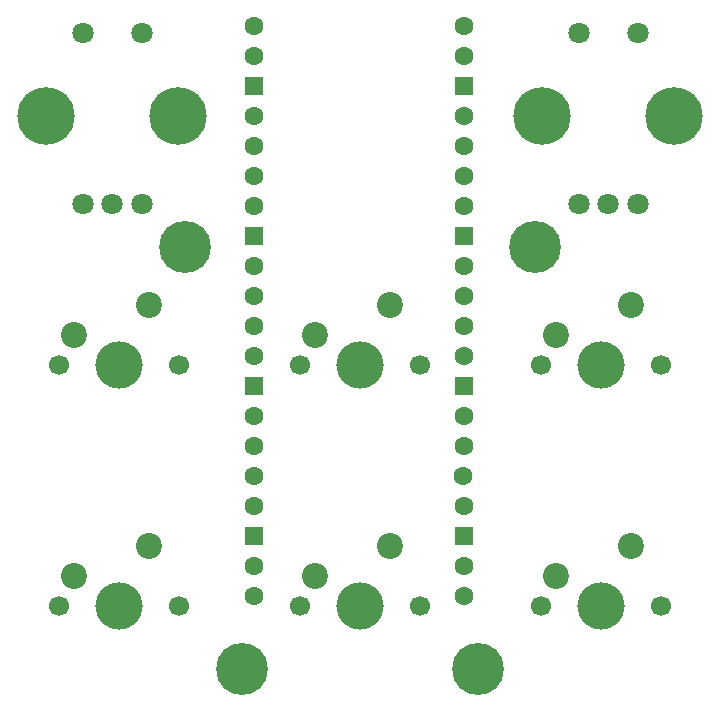
<source format=gts>
G04 #@! TF.GenerationSoftware,KiCad,Pcbnew,7.0.2*
G04 #@! TF.CreationDate,2023-05-04T11:04:43+02:00*
G04 #@! TF.ProjectId,Macropad,4d616372-6f70-4616-942e-6b696361645f,rev?*
G04 #@! TF.SameCoordinates,Original*
G04 #@! TF.FileFunction,Soldermask,Top*
G04 #@! TF.FilePolarity,Negative*
%FSLAX46Y46*%
G04 Gerber Fmt 4.6, Leading zero omitted, Abs format (unit mm)*
G04 Created by KiCad (PCBNEW 7.0.2) date 2023-05-04 11:04:43*
%MOMM*%
%LPD*%
G01*
G04 APERTURE LIST*
G04 Aperture macros list*
%AMRoundRect*
0 Rectangle with rounded corners*
0 $1 Rounding radius*
0 $2 $3 $4 $5 $6 $7 $8 $9 X,Y pos of 4 corners*
0 Add a 4 corners polygon primitive as box body*
4,1,4,$2,$3,$4,$5,$6,$7,$8,$9,$2,$3,0*
0 Add four circle primitives for the rounded corners*
1,1,$1+$1,$2,$3*
1,1,$1+$1,$4,$5*
1,1,$1+$1,$6,$7*
1,1,$1+$1,$8,$9*
0 Add four rect primitives between the rounded corners*
20,1,$1+$1,$2,$3,$4,$5,0*
20,1,$1+$1,$4,$5,$6,$7,0*
20,1,$1+$1,$6,$7,$8,$9,0*
20,1,$1+$1,$8,$9,$2,$3,0*%
G04 Aperture macros list end*
%ADD10C,1.800000*%
%ADD11C,4.875000*%
%ADD12C,1.700000*%
%ADD13C,4.000000*%
%ADD14C,2.200000*%
%ADD15C,0.700000*%
%ADD16C,4.400000*%
%ADD17C,1.600000*%
%ADD18RoundRect,0.200000X0.600000X0.600000X-0.600000X0.600000X-0.600000X-0.600000X0.600000X-0.600000X0*%
G04 APERTURE END LIST*
D10*
X89500000Y-34900000D03*
X94500000Y-34900000D03*
X89500000Y-49400000D03*
X94500000Y-49400000D03*
X92000000Y-49400000D03*
D11*
X97600000Y-41900000D03*
X86400000Y-41900000D03*
D10*
X47500000Y-34900000D03*
X52500000Y-34900000D03*
X47500000Y-49400000D03*
X52500000Y-49400000D03*
X50000000Y-49400000D03*
D11*
X55600000Y-41900000D03*
X44400000Y-41900000D03*
D12*
X86320000Y-63000000D03*
D13*
X91400000Y-63000000D03*
D12*
X96480000Y-63000000D03*
D14*
X93940000Y-57920000D03*
X87590000Y-60460000D03*
D15*
X79350000Y-88750000D03*
X79833274Y-87583274D03*
X79833274Y-89916726D03*
X81000000Y-87100000D03*
D16*
X81000000Y-88750000D03*
D15*
X81000000Y-90400000D03*
X82166726Y-87583274D03*
X82166726Y-89916726D03*
X82650000Y-88750000D03*
X59350000Y-88750000D03*
X59833274Y-87583274D03*
X59833274Y-89916726D03*
X61000000Y-87100000D03*
D16*
X61000000Y-88750000D03*
D15*
X61000000Y-90400000D03*
X62166726Y-87583274D03*
X62166726Y-89916726D03*
X62650000Y-88750000D03*
D12*
X45520000Y-83400000D03*
D13*
X50600000Y-83400000D03*
D12*
X55680000Y-83400000D03*
D14*
X53140000Y-78320000D03*
X46790000Y-80860000D03*
D12*
X65920000Y-63000000D03*
D13*
X71000000Y-63000000D03*
D12*
X76080000Y-63000000D03*
D14*
X73540000Y-57920000D03*
X67190000Y-60460000D03*
D12*
X65920000Y-83400000D03*
D13*
X71000000Y-83400000D03*
D12*
X76080000Y-83400000D03*
D14*
X73540000Y-78320000D03*
X67190000Y-80860000D03*
D12*
X86320000Y-83400000D03*
D13*
X91400000Y-83400000D03*
D12*
X96480000Y-83400000D03*
D14*
X93940000Y-78320000D03*
X87590000Y-80860000D03*
D15*
X84150000Y-53000000D03*
X84633274Y-51833274D03*
X84633274Y-54166726D03*
X85800000Y-51350000D03*
D16*
X85800000Y-53000000D03*
D15*
X85800000Y-54650000D03*
X86966726Y-51833274D03*
X86966726Y-54166726D03*
X87450000Y-53000000D03*
X54550000Y-53000000D03*
X55033274Y-51833274D03*
X55033274Y-54166726D03*
X56200000Y-51350000D03*
D16*
X56200000Y-53000000D03*
D15*
X56200000Y-54650000D03*
X57366726Y-51833274D03*
X57366726Y-54166726D03*
X57850000Y-53000000D03*
D12*
X45520000Y-63000000D03*
D13*
X50600000Y-63000000D03*
D12*
X55680000Y-63000000D03*
D14*
X53140000Y-57920000D03*
X46790000Y-60460000D03*
D17*
X79780000Y-34290000D03*
X79780000Y-36830000D03*
D18*
X79780000Y-39370000D03*
D17*
X79780000Y-41910000D03*
X79780000Y-44450000D03*
X79780000Y-46990000D03*
X79780000Y-49530000D03*
D18*
X79780000Y-52070000D03*
D17*
X79780000Y-54610000D03*
X79780000Y-57150000D03*
X79780000Y-59690000D03*
X79780000Y-62230000D03*
D18*
X79780000Y-64770000D03*
D17*
X79780000Y-67310000D03*
X79780000Y-69850000D03*
X79738119Y-72390000D03*
X79780000Y-74930000D03*
D18*
X79780000Y-77470000D03*
D17*
X79780000Y-80010000D03*
X79780000Y-82550000D03*
X62000000Y-82550000D03*
X62000000Y-80010000D03*
D18*
X62000000Y-77470000D03*
D17*
X62000000Y-74930000D03*
X62000000Y-72390000D03*
X62000000Y-69850000D03*
X62000000Y-67310000D03*
D18*
X62000000Y-64770000D03*
D17*
X62000000Y-62230000D03*
X62000000Y-59690000D03*
X62000000Y-57150000D03*
X62000000Y-54610000D03*
D18*
X62000000Y-52070000D03*
D17*
X62000000Y-49530000D03*
X62000000Y-46990000D03*
X62000000Y-44450000D03*
X62000000Y-41910000D03*
D18*
X62000000Y-39370000D03*
D17*
X62000000Y-36830000D03*
X62000000Y-34290000D03*
M02*

</source>
